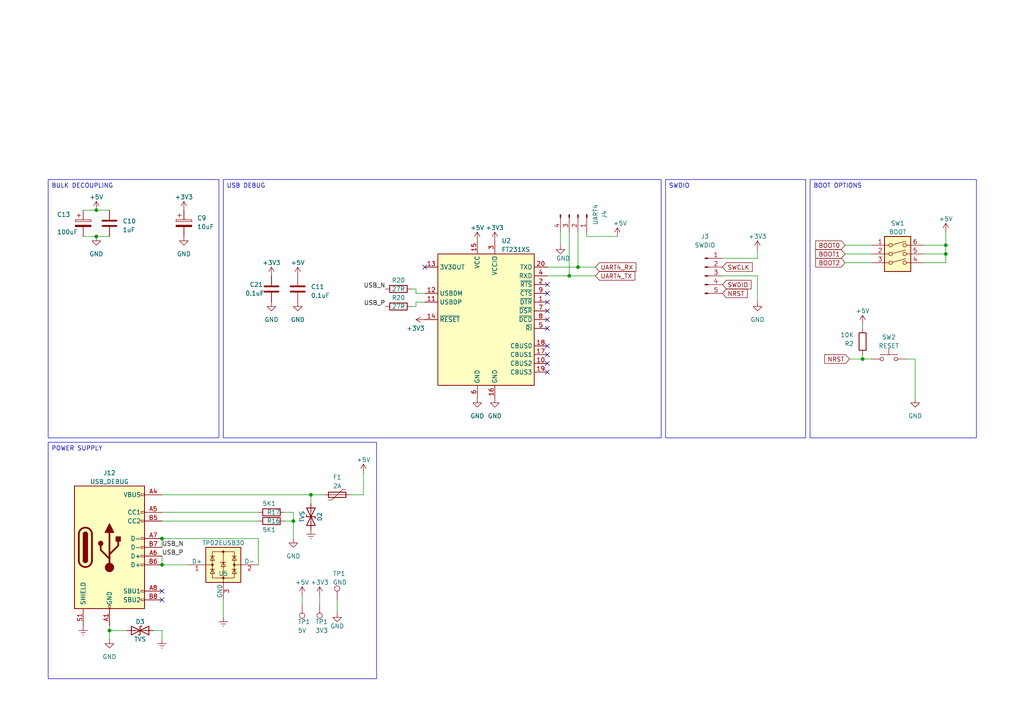
<source format=kicad_sch>
(kicad_sch (version 20230121) (generator eeschema)
  (paper "A4")
  (lib_symbols
    (symbol "Connector:Conn_01x04_Pin" (pin_names (offset 1.016) hide)
      (property "Reference" "J" (at 0 5.08 0))
      (property "Value" "Conn_01x04_Pin" (at 0 -7.62 0))
      (symbol "Conn_01x04_Pin_1_1"
        (polyline (pts (xy 1.27 -5.08) (xy 0.8636 -5.08)) (stroke (width 0.1524)))
        (polyline (pts (xy 1.27 -2.54) (xy 0.8636 -2.54)) (stroke (width 0.1524)))
        (polyline (pts (xy 1.27 0) (xy 0.8636 0)) (stroke (width 0.1524)))
        (polyline (pts (xy 1.27 2.54) (xy 0.8636 2.54)) (stroke (width 0.1524)))
        (rectangle (start 0.8636 -4.953) (end 0 -5.207) (stroke (width 0.1524)) (fill (type outline)))
        (rectangle (start 0.8636 -2.413) (end 0 -2.667) (stroke (width 0.1524)) (fill (type outline)))
        (rectangle (start 0.8636 0.127) (end 0 -0.127) (stroke (width 0.1524)) (fill (type outline)))
        (rectangle (start 0.8636 2.667) (end 0 2.413) (stroke (width 0.1524)) (fill (type outline)))
        (pin passive line (at 5.08 2.54 180) (length 3.81) (name "Pin_1") (number "1"))
        (pin passive line (at 5.08 0 180) (length 3.81) (name "Pin_2") (number "2"))
        (pin passive line (at 5.08 -2.54 180) (length 3.81) (name "Pin_3") (number "3"))
        (pin passive line (at 5.08 -5.08 180) (length 3.81) (name "Pin_4") (number "4"))
      )
    )
    (symbol "Connector:Conn_01x05_Pin" (pin_names (offset 1.016) hide)
      (property "Reference" "J" (at 0 7.62 0))
      (property "Value" "Conn_01x05_Pin" (at 0 -7.62 0))
      (symbol "Conn_01x05_Pin_1_1"
        (polyline (pts (xy 1.27 -5.08) (xy 0.8636 -5.08)) (stroke (width 0.1524)))
        (polyline (pts (xy 1.27 -2.54) (xy 0.8636 -2.54)) (stroke (width 0.1524)))
        (polyline (pts (xy 1.27 0) (xy 0.8636 0)) (stroke (width 0.1524)))
        (polyline (pts (xy 1.27 2.54) (xy 0.8636 2.54)) (stroke (width 0.1524)))
        (polyline (pts (xy 1.27 5.08) (xy 0.8636 5.08)) (stroke (width 0.1524)))
        (rectangle (start 0.8636 -4.953) (end 0 -5.207) (stroke (width 0.1524)) (fill (type outline)))
        (rectangle (start 0.8636 -2.413) (end 0 -2.667) (stroke (width 0.1524)) (fill (type outline)))
        (rectangle (start 0.8636 0.127) (end 0 -0.127) (stroke (width 0.1524)) (fill (type outline)))
        (rectangle (start 0.8636 2.667) (end 0 2.413) (stroke (width 0.1524)) (fill (type outline)))
        (rectangle (start 0.8636 5.207) (end 0 4.953) (stroke (width 0.1524)) (fill (type outline)))
        (pin passive line (at 5.08 5.08 180) (length 3.81) (name "Pin_1") (number "1"))
        (pin passive line (at 5.08 2.54 180) (length 3.81) (name "Pin_2") (number "2"))
        (pin passive line (at 5.08 0 180) (length 3.81) (name "Pin_3") (number "3"))
        (pin passive line (at 5.08 -2.54 180) (length 3.81) (name "Pin_4") (number "4"))
        (pin passive line (at 5.08 -5.08 180) (length 3.81) (name "Pin_5") (number "5"))
      )
    )
    (symbol "Connector:TestPoint" (pin_numbers hide) (pin_names (offset 0.762) hide)
      (property "Reference" "TP" (at 0 6.858 0))
      (property "Value" "TestPoint" (at 0 5.08 0))
      (symbol "TestPoint_0_1"
        (circle (center 0 3.302) (radius 0.762))
      )
      (symbol "TestPoint_1_1"
        (pin passive line (at 0 0 90) (length 2.54) (name "1") (number "1"))
      )
    )
    (symbol "Connector:USB_C_Receptacle_USB2.0" (pin_names (offset 1.016))
      (property "Reference" "J" (at -10.16 19.05 0))
      (property "Value" "USB_C_Receptacle_USB2.0" (at 19.05 19.05 0))
      (symbol "USB_C_Receptacle_USB2.0_0_0"
        (rectangle (start -0.254 -17.78) (end 0.254 -16.764))
        (rectangle (start 10.16 -14.986) (end 9.144 -15.494))
        (rectangle (start 10.16 -12.446) (end 9.144 -12.954))
        (rectangle (start 10.16 -4.826) (end 9.144 -5.334))
        (rectangle (start 10.16 -2.286) (end 9.144 -2.794))
        (rectangle (start 10.16 0.254) (end 9.144 -0.254))
        (rectangle (start 10.16 2.794) (end 9.144 2.286))
        (rectangle (start 10.16 7.874) (end 9.144 7.366))
        (rectangle (start 10.16 10.414) (end 9.144 9.906))
        (rectangle (start 10.16 15.494) (end 9.144 14.986))
      )
      (symbol "USB_C_Receptacle_USB2.0_0_1"
        (rectangle (start -10.16 17.78) (end 10.16 -17.78) (stroke (width 0.254)) (fill (type background)))
        (arc (start -8.89 -3.81) (mid -6.985 -5.7067) (end -5.08 -3.81) (stroke (width 0.508)))
        (arc (start -7.62 -3.81) (mid -6.985 -4.4423) (end -6.35 -3.81) (stroke (width 0.254)))
        (arc (start -7.62 -3.81) (mid -6.985 -4.4423) (end -6.35 -3.81) (stroke (width 0.254)) (fill (type outline)))
        (rectangle (start -7.62 -3.81) (end -6.35 3.81) (stroke (width 0.254)) (fill (type outline)))
        (arc (start -6.35 3.81) (mid -6.985 4.4423) (end -7.62 3.81) (stroke (width 0.254)))
        (arc (start -6.35 3.81) (mid -6.985 4.4423) (end -7.62 3.81) (stroke (width 0.254)) (fill (type outline)))
        (arc (start -5.08 3.81) (mid -6.985 5.7067) (end -8.89 3.81) (stroke (width 0.508)))
        (circle (center -2.54 1.143) (radius 0.635) (stroke (width 0.254)) (fill (type outline)))
        (circle (center 0 -5.842) (radius 1.27) (fill (type outline)))
        (polyline (pts (xy -8.89 -3.81) (xy -8.89 3.81)) (stroke (width 0.508)))
        (polyline (pts (xy -5.08 3.81) (xy -5.08 -3.81)) (stroke (width 0.508)))
        (polyline (pts (xy 0 -5.842) (xy 0 4.318)) (stroke (width 0.508)))
        (polyline (pts (xy 0 -3.302) (xy -2.54 -0.762) (xy -2.54 0.508)) (stroke (width 0.508)))
        (polyline (pts (xy 0 -2.032) (xy 2.54 0.508) (xy 2.54 1.778)) (stroke (width 0.508)))
        (polyline (pts (xy -1.27 4.318) (xy 0 6.858) (xy 1.27 4.318) (xy -1.27 4.318)) (stroke (width 0.254)) (fill (type outline)))
        (rectangle (start 1.905 1.778) (end 3.175 3.048) (stroke (width 0.254)) (fill (type outline)))
      )
      (symbol "USB_C_Receptacle_USB2.0_1_1"
        (pin passive line (at 0 -22.86 90) (length 5.08) (name "GND") (number "A1"))
        (pin passive line (at 0 -22.86 90) (length 5.08) hide (name "GND") (number "A12"))
        (pin passive line (at 15.24 15.24 180) (length 5.08) (name "VBUS") (number "A4"))
        (pin bidirectional line (at 15.24 10.16 180) (length 5.08) (name "CC1") (number "A5"))
        (pin bidirectional line (at 15.24 -2.54 180) (length 5.08) (name "D+") (number "A6"))
        (pin bidirectional line (at 15.24 2.54 180) (length 5.08) (name "D-") (number "A7"))
        (pin bidirectional line (at 15.24 -12.7 180) (length 5.08) (name "SBU1") (number "A8"))
        (pin passive line (at 15.24 15.24 180) (length 5.08) hide (name "VBUS") (number "A9"))
        (pin passive line (at 0 -22.86 90) (length 5.08) hide (name "GND") (number "B1"))
        (pin passive line (at 0 -22.86 90) (length 5.08) hide (name "GND") (number "B12"))
        (pin passive line (at 15.24 15.24 180) (length 5.08) hide (name "VBUS") (number "B4"))
        (pin bidirectional line (at 15.24 7.62 180) (length 5.08) (name "CC2") (number "B5"))
        (pin bidirectional line (at 15.24 -5.08 180) (length 5.08) (name "D+") (number "B6"))
        (pin bidirectional line (at 15.24 0 180) (length 5.08) (name "D-") (number "B7"))
        (pin bidirectional line (at 15.24 -15.24 180) (length 5.08) (name "SBU2") (number "B8"))
        (pin passive line (at 15.24 15.24 180) (length 5.08) hide (name "VBUS") (number "B9"))
        (pin passive line (at -7.62 -22.86 90) (length 5.08) (name "SHIELD") (number "S1"))
      )
    )
    (symbol "Device:C" (pin_numbers hide) (pin_names (offset 0.254))
      (property "Reference" "C" (at 0.635 2.54 0))
      (property "Value" "C" (at 0.635 -2.54 0))
      (symbol "C_0_1"
        (polyline (pts (xy -2.032 -0.762) (xy 2.032 -0.762)) (stroke (width 0.508)))
        (polyline (pts (xy -2.032 0.762) (xy 2.032 0.762)) (stroke (width 0.508)))
      )
      (symbol "C_1_1"
        (pin passive line (at 0 3.81 270) (length 2.794) (name "~") (number "1"))
        (pin passive line (at 0 -3.81 90) (length 2.794) (name "~") (number "2"))
      )
    )
    (symbol "Device:C_Polarized" (pin_numbers hide) (pin_names (offset 0.254))
      (property "Reference" "C" (at 0.635 2.54 0))
      (property "Value" "C_Polarized" (at 0.635 -2.54 0))
      (symbol "C_Polarized_0_1"
        (rectangle (start -2.286 0.508) (end 2.286 1.016))
        (polyline (pts (xy -1.778 2.286) (xy -0.762 2.286)))
        (polyline (pts (xy -1.27 2.794) (xy -1.27 1.778)))
        (rectangle (start 2.286 -0.508) (end -2.286 -1.016) (fill (type outline)))
      )
      (symbol "C_Polarized_1_1"
        (pin passive line (at 0 3.81 270) (length 2.794) (name "~") (number "1"))
        (pin passive line (at 0 -3.81 90) (length 2.794) (name "~") (number "2"))
      )
    )
    (symbol "Device:D_TVS" (pin_numbers hide) (pin_names (offset 1.016) hide)
      (property "Reference" "D" (at 0 2.54 0))
      (property "Value" "D_TVS" (at 0 -2.54 0))
      (symbol "D_TVS_0_1"
        (polyline (pts (xy 1.27 0) (xy -1.27 0)))
        (polyline (pts (xy 0.508 1.27) (xy 0 1.27) (xy 0 -1.27) (xy -0.508 -1.27)) (stroke (width 0.254)))
        (polyline (pts (xy -2.54 1.27) (xy -2.54 -1.27) (xy 2.54 1.27) (xy 2.54 -1.27) (xy -2.54 1.27)) (stroke (width 0.254)))
      )
      (symbol "D_TVS_1_1"
        (pin passive line (at -3.81 0 0) (length 2.54) (name "A1") (number "1"))
        (pin passive line (at 3.81 0 180) (length 2.54) (name "A2") (number "2"))
      )
    )
    (symbol "Device:Polyfuse" (pin_numbers hide) (pin_names (offset 0))
      (property "Reference" "F" (at -2.54 0 90))
      (property "Value" "Polyfuse" (at 2.54 0 90))
      (symbol "Polyfuse_0_1"
        (rectangle (start -0.762 2.54) (end 0.762 -2.54) (stroke (width 0.254)))
        (polyline (pts (xy 0 2.54) (xy 0 -2.54)))
        (polyline (pts (xy -1.524 2.54) (xy -1.524 1.524) (xy 1.524 -1.524) (xy 1.524 -2.54)))
      )
      (symbol "Polyfuse_1_1"
        (pin passive line (at 0 3.81 270) (length 1.27) (name "~") (number "1"))
        (pin passive line (at 0 -3.81 90) (length 1.27) (name "~") (number "2"))
      )
    )
    (symbol "Device:R" (pin_numbers hide) (pin_names (offset 0))
      (property "Reference" "R" (at 2.032 0 90))
      (property "Value" "R" (at 0 0 90))
      (symbol "R_0_1"
        (rectangle (start -1.016 -2.54) (end 1.016 2.54) (stroke (width 0.254)))
      )
      (symbol "R_1_1"
        (pin passive line (at 0 3.81 270) (length 1.27) (name "~") (number "1"))
        (pin passive line (at 0 -3.81 90) (length 1.27) (name "~") (number "2"))
      )
    )
    (symbol "Interface_USB:FT231XS"
      (property "Reference" "U" (at -13.97 20.32 0))
      (property "Value" "FT231XS" (at 7.62 20.32 0))
      (symbol "FT231XS_0_1"
        (rectangle (start -13.97 19.05) (end 13.97 -19.05) (stroke (width 0.254)) (fill (type background)))
      )
      (symbol "FT231XS_1_1"
        (pin output line (at 17.78 5.08 180) (length 3.81) (name "~{DTR}") (number "1"))
        (pin bidirectional line (at 17.78 -12.7 180) (length 3.81) (name "CBUS2") (number "10"))
        (pin bidirectional line (at -17.78 5.08 0) (length 3.81) (name "USBDP") (number "11"))
        (pin bidirectional line (at -17.78 7.62 0) (length 3.81) (name "USBDM") (number "12"))
        (pin power_out line (at -17.78 15.24 0) (length 3.81) (name "3V3OUT") (number "13"))
        (pin input line (at -17.78 0 0) (length 3.81) (name "~{RESET}") (number "14"))
        (pin power_in line (at -2.54 22.86 270) (length 3.81) (name "VCC") (number "15"))
        (pin power_in line (at 2.54 -22.86 90) (length 3.81) (name "GND") (number "16"))
        (pin bidirectional line (at 17.78 -10.16 180) (length 3.81) (name "CBUS1") (number "17"))
        (pin bidirectional line (at 17.78 -7.62 180) (length 3.81) (name "CBUS0") (number "18"))
        (pin bidirectional line (at 17.78 -15.24 180) (length 3.81) (name "CBUS3") (number "19"))
        (pin output line (at 17.78 10.16 180) (length 3.81) (name "~{RTS}") (number "2"))
        (pin output line (at 17.78 15.24 180) (length 3.81) (name "TXD") (number "20"))
        (pin power_in line (at 2.54 22.86 270) (length 3.81) (name "VCCIO") (number "3"))
        (pin input line (at 17.78 12.7 180) (length 3.81) (name "RXD") (number "4"))
        (pin input line (at 17.78 -2.54 180) (length 3.81) (name "~{RI}") (number "5"))
        (pin power_in line (at -2.54 -22.86 90) (length 3.81) (name "GND") (number "6"))
        (pin input line (at 17.78 2.54 180) (length 3.81) (name "~{DSR}") (number "7"))
        (pin input line (at 17.78 0 180) (length 3.81) (name "~{DCD}") (number "8"))
        (pin input line (at 17.78 7.62 180) (length 3.81) (name "~{CTS}") (number "9"))
      )
    )
    (symbol "Power_Protection:TPD2EUSB30" (pin_names (offset 0))
      (property "Reference" "U" (at 0 6.35 0))
      (property "Value" "TPD2EUSB30" (at 7.62 -7.62 0))
      (symbol "TPD2EUSB30_0_1"
        (rectangle (start -5.08 5.08) (end 5.08 -5.08) (stroke (width 0.254)) (fill (type background)))
        (circle (center -3.175 0) (radius 0.2794) (fill (type outline)))
        (rectangle (start -3.175 3.81) (end 3.175 -3.81))
        (circle (center 0 -3.81) (radius 0.2794) (fill (type outline)))
        (polyline (pts (xy -5.08 0) (xy -3.175 0)))
        (polyline (pts (xy -3.81 -1.27) (xy -2.54 -1.27)))
        (polyline (pts (xy -3.81 2.54) (xy -2.54 2.54)))
        (polyline (pts (xy 0 3.81) (xy 0 -5.08)))
        (polyline (pts (xy 2.54 -1.27) (xy 3.81 -1.27)))
        (polyline (pts (xy 2.54 2.54) (xy 3.81 2.54)))
        (polyline (pts (xy 5.08 0) (xy 3.175 0)))
        (polyline (pts (xy 0.762 0.762) (xy -0.762 0.762) (xy -0.762 0.508)))
        (polyline (pts (xy -2.54 -2.54) (xy -3.81 -2.54) (xy -3.175 -1.27) (xy -2.54 -2.54)))
        (polyline (pts (xy -2.54 1.27) (xy -3.81 1.27) (xy -3.175 2.54) (xy -2.54 1.27)))
        (polyline (pts (xy 0.635 -0.508) (xy -0.635 -0.508) (xy 0 0.762) (xy 0.635 -0.508)))
        (polyline (pts (xy 3.81 -2.54) (xy 2.54 -2.54) (xy 3.175 -1.27) (xy 3.81 -2.54)))
        (polyline (pts (xy 3.81 1.27) (xy 2.54 1.27) (xy 3.175 2.54) (xy 3.81 1.27)))
        (circle (center 0 3.81) (radius 0.2794) (fill (type outline)))
        (circle (center 3.175 0) (radius 0.2794) (fill (type outline)))
      )
      (symbol "TPD2EUSB30_1_1"
        (pin passive line (at -10.16 0 0) (length 5.08) (name "D+") (number "1"))
        (pin passive line (at 10.16 0 180) (length 5.08) (name "D-") (number "2"))
        (pin passive line (at 0 -10.16 90) (length 5.08) (name "GND") (number "3"))
      )
    )
    (symbol "Switch:SW_DIP_x03" (pin_names (offset 0) hide)
      (property "Reference" "SW" (at 0 8.89 0))
      (property "Value" "SW_DIP_x03" (at 0 -3.81 0))
      (symbol "SW_DIP_x03_0_0"
        (circle (center -2.032 0) (radius 0.508))
        (circle (center -2.032 2.54) (radius 0.508))
        (circle (center -2.032 5.08) (radius 0.508))
        (polyline (pts (xy -1.524 0.127) (xy 2.3622 1.1684)))
        (polyline (pts (xy -1.524 2.667) (xy 2.3622 3.7084)))
        (polyline (pts (xy -1.524 5.207) (xy 2.3622 6.2484)))
        (circle (center 2.032 0) (radius 0.508))
        (circle (center 2.032 2.54) (radius 0.508))
        (circle (center 2.032 5.08) (radius 0.508))
      )
      (symbol "SW_DIP_x03_0_1"
        (rectangle (start -3.81 7.62) (end 3.81 -2.54) (stroke (width 0.254)) (fill (type background)))
      )
      (symbol "SW_DIP_x03_1_1"
        (pin passive line (at -7.62 5.08 0) (length 5.08) (name "~") (number "1"))
        (pin passive line (at -7.62 2.54 0) (length 5.08) (name "~") (number "2"))
        (pin passive line (at -7.62 0 0) (length 5.08) (name "~") (number "3"))
        (pin passive line (at 7.62 0 180) (length 5.08) (name "~") (number "4"))
        (pin passive line (at 7.62 2.54 180) (length 5.08) (name "~") (number "5"))
        (pin passive line (at 7.62 5.08 180) (length 5.08) (name "~") (number "6"))
      )
    )
    (symbol "Switch:SW_Push" (pin_numbers hide) (pin_names (offset 1.016) hide)
      (property "Reference" "SW" (at 1.27 2.54 0))
      (property "Value" "SW_Push" (at 0 -1.524 0))
      (symbol "SW_Push_0_1"
        (circle (center -2.032 0) (radius 0.508))
        (polyline (pts (xy 0 1.27) (xy 0 3.048)))
        (polyline (pts (xy 2.54 1.27) (xy -2.54 1.27)))
        (circle (center 2.032 0) (radius 0.508))
        (pin passive line (at -5.08 0 0) (length 2.54) (name "1") (number "1"))
        (pin passive line (at 5.08 0 180) (length 2.54) (name "2") (number "2"))
      )
    )
    (symbol "power:+3V3" (power) (pin_names (offset 0))
      (property "Value" "+3V3" (at 0 3.556 0))
      (symbol "+3V3_0_1"
        (polyline (pts (xy -0.762 1.27) (xy 0 2.54)))
        (polyline (pts (xy 0 0) (xy 0 2.54)))
        (polyline (pts (xy 0 2.54) (xy 0.762 1.27)))
      )
      (symbol "+3V3_1_1"
        (pin power_in line (at 0 0 90) (length 0) hide (name "+3V3") (number "1"))
      )
    )
    (symbol "power:+5V" (power) (pin_names (offset 0))
      (property "Value" "+5V" (at 0 3.556 0))
      (symbol "+5V_0_1"
        (polyline (pts (xy -0.762 1.27) (xy 0 2.54)))
        (polyline (pts (xy 0 0) (xy 0 2.54)))
        (polyline (pts (xy 0 2.54) (xy 0.762 1.27)))
      )
      (symbol "+5V_1_1"
        (pin power_in line (at 0 0 90) (length 0) hide (name "+5V") (number "1"))
      )
    )
    (symbol "power:Earth" (power) (pin_names (offset 0))
      (symbol "Earth_0_1"
        (polyline (pts (xy -0.635 -1.905) (xy 0.635 -1.905)))
        (polyline (pts (xy -0.127 -2.54) (xy 0.127 -2.54)))
        (polyline (pts (xy 0 -1.27) (xy 0 0)))
        (polyline (pts (xy 1.27 -1.27) (xy -1.27 -1.27)))
      )
      (symbol "Earth_1_1"
        (pin power_in line (at 0 0 270) (length 0) hide (name "Earth") (number "1"))
      )
    )
    (symbol "power:GND" (power) (pin_names (offset 0))
      (property "Value" "GND" (at 0 -3.81 0))
      (symbol "GND_0_1"
        (polyline (pts (xy 0 0) (xy 0 -1.27) (xy 1.27 -1.27) (xy 0 -2.54) (xy -1.27 -1.27) (xy 0 -1.27)))
      )
      (symbol "GND_1_1"
        (pin power_in line (at 0 0 270) (length 0) hide (name "GND") (number "1"))
      )
    )
  )
  (junction (at 250.19 104.14))
  (junction (at 46.99 163.83))
  (junction (at 27.94 60.96))
  (junction (at 85.09 151.13))
  (junction (at 46.99 156.21))
  (junction (at 165.1 80.01))
  (junction (at 274.32 73.66))
  (junction (at 31.75 182.88))
  (junction (at 167.64 77.47))
  (junction (at 274.32 71.12))
  (junction (at 90.17 143.51))
  (junction (at 27.94 68.58))
  (no_connect (at 158.75 100.33))
  (no_connect (at 46.99 171.45))
  (no_connect (at 158.75 95.25))
  (no_connect (at 158.75 102.87))
  (no_connect (at 158.75 87.63))
  (no_connect (at 158.75 82.55))
  (no_connect (at 158.75 90.17))
  (no_connect (at 158.75 85.09))
  (no_connect (at 158.75 105.41))
  (no_connect (at 158.75 92.71))
  (no_connect (at 123.19 77.47))
  (no_connect (at 46.99 173.99))
  (no_connect (at 158.75 107.95))
  (wire (pts (xy 85.09 151.13) (xy 85.09 156.21)))
  (wire (pts (xy 46.99 163.83) (xy 54.61 163.83)))
  (wire (pts (xy 274.32 76.2) (xy 274.32 73.66)))
  (wire (pts (xy 82.55 151.13) (xy 85.09 151.13)))
  (wire (pts (xy 120.65 87.63) (xy 123.19 87.63)))
  (wire (pts (xy 245.11 71.12) (xy 252.73 71.12)))
  (wire (pts (xy 265.43 104.14) (xy 265.43 115.57)))
  (wire (pts (xy 74.93 156.21) (xy 74.93 163.83)))
  (wire (pts (xy 165.1 80.01) (xy 172.72 80.01)))
  (wire (pts (xy 267.97 71.12) (xy 274.32 71.12)))
  (wire (pts (xy 250.19 104.14) (xy 252.73 104.14)))
  (wire (pts (xy 167.64 67.31) (xy 167.64 77.47)))
  (wire (pts (xy 105.41 143.51) (xy 101.6 143.51)))
  (wire (pts (xy 31.75 182.88) (xy 31.75 181.61)))
  (wire (pts (xy 162.56 67.31) (xy 162.56 71.12)))
  (wire (pts (xy 31.75 182.88) (xy 36.83 182.88)))
  (wire (pts (xy 165.1 67.31) (xy 165.1 80.01)))
  (wire (pts (xy 274.32 71.12) (xy 274.32 67.31)))
  (wire (pts (xy 87.63 172.72) (xy 87.63 175.26)))
  (wire (pts (xy 120.65 85.09) (xy 123.19 85.09)))
  (wire (pts (xy 44.45 182.88) (xy 46.99 182.88)))
  (wire (pts (xy 170.18 68.58) (xy 170.18 67.31)))
  (wire (pts (xy 209.55 74.93) (xy 219.71 74.93)))
  (wire (pts (xy 46.99 182.88) (xy 46.99 185.42)))
  (wire (pts (xy 24.13 60.96) (xy 27.94 60.96)))
  (wire (pts (xy 245.11 76.2) (xy 252.73 76.2)))
  (wire (pts (xy 120.65 83.82) (xy 120.65 85.09)))
  (wire (pts (xy 267.97 73.66) (xy 274.32 73.66)))
  (wire (pts (xy 85.09 148.59) (xy 85.09 151.13)))
  (wire (pts (xy 27.94 68.58) (xy 31.75 68.58)))
  (wire (pts (xy 46.99 151.13) (xy 74.93 151.13)))
  (wire (pts (xy 46.99 148.59) (xy 74.93 148.59)))
  (wire (pts (xy 262.89 104.14) (xy 265.43 104.14)))
  (wire (pts (xy 119.38 83.82) (xy 120.65 83.82)))
  (wire (pts (xy 250.19 93.98) (xy 250.19 95.25)))
  (wire (pts (xy 24.13 68.58) (xy 27.94 68.58)))
  (wire (pts (xy 170.18 68.58) (xy 179.07 68.58)))
  (wire (pts (xy 90.17 143.51) (xy 90.17 146.05)))
  (wire (pts (xy 246.38 104.14) (xy 250.19 104.14)))
  (wire (pts (xy 46.99 156.21) (xy 46.99 158.75)))
  (wire (pts (xy 82.55 148.59) (xy 85.09 148.59)))
  (wire (pts (xy 92.71 172.72) (xy 92.71 175.26)))
  (wire (pts (xy 274.32 73.66) (xy 274.32 71.12)))
  (wire (pts (xy 46.99 156.21) (xy 74.93 156.21)))
  (wire (pts (xy 27.94 60.96) (xy 31.75 60.96)))
  (wire (pts (xy 158.75 80.01) (xy 165.1 80.01)))
  (wire (pts (xy 120.65 88.9) (xy 119.38 88.9)))
  (wire (pts (xy 250.19 102.87) (xy 250.19 104.14)))
  (wire (pts (xy 219.71 80.01) (xy 219.71 87.63)))
  (wire (pts (xy 267.97 76.2) (xy 274.32 76.2)))
  (wire (pts (xy 46.99 163.83) (xy 46.99 161.29)))
  (wire (pts (xy 209.55 80.01) (xy 219.71 80.01)))
  (wire (pts (xy 120.65 88.9) (xy 120.65 87.63)))
  (wire (pts (xy 93.98 143.51) (xy 90.17 143.51)))
  (wire (pts (xy 64.77 173.99) (xy 64.77 179.07)))
  (wire (pts (xy 97.79 173.99) (xy 97.79 177.8)))
  (wire (pts (xy 105.41 137.16) (xy 105.41 143.51)))
  (wire (pts (xy 90.17 143.51) (xy 46.99 143.51)))
  (wire (pts (xy 31.75 185.42) (xy 31.75 182.88)))
  (wire (pts (xy 167.64 77.47) (xy 172.72 77.47)))
  (wire (pts (xy 219.71 74.93) (xy 219.71 72.39)))
  (wire (pts (xy 158.75 77.47) (xy 167.64 77.47)))
  (wire (pts (xy 245.11 73.66) (xy 252.73 73.66)))
  (text_box "POWER SUPPLY" (at 13.97 128.27 0) (size 95.25 68.58) (effects (font (size 1.27 1.27)) (justify left top)))
  (text_box "BOOT OPTIONS" (at 234.95 52.07 0) (size 48.26 74.93) (effects (font (size 1.27 1.27)) (justify left top)))
  (text_box "USB DEBUG" (at 64.77 52.07 0) (size 127 74.93) (effects (font (size 1.27 1.27)) (justify left top)))
  (text_box "SWDIO" (at 193.04 52.07 0) (size 40.64 74.93) (effects (font (size 1.27 1.27)) (justify left top)))
  (text_box "BULK DECOUPLING" (at 13.97 52.07 0) (size 49.53 74.93) (effects (font (size 1.27 1.27)) (justify left top)))
  (label "USB_P" (at 111.76 88.9 180))
  (label "USB_P" (at 46.99 161.29 0))
  (label "USB_N" (at 111.76 83.82 180))
  (label "USB_N" (at 46.99 158.75 0))
  (global_label "SWCLK" (shape input) (at 209.55 77.47 0) (property "Intersheetrefs" "${INTERSHEET_REFS}" (effects hide)))
  (global_label "NRST" (shape input) (at 209.55 85.09 0) (property "Intersheetrefs" "${INTERSHEET_REFS}" (effects hide)))
  (global_label "BOOT1" (shape input) (at 245.11 73.66 180) (property "Intersheetrefs" "${INTERSHEET_REFS}" (effects hide)))
  (global_label "NRST" (shape input) (at 246.38 104.14 180) (property "Intersheetrefs" "${INTERSHEET_REFS}" (effects hide)))
  (global_label "BOOT2" (shape input) (at 245.11 76.2 180) (property "Intersheetrefs" "${INTERSHEET_REFS}" (effects hide)))
  (global_label "UART4_RX" (shape input) (at 172.72 77.47 0) (property "Intersheetrefs" "${INTERSHEET_REFS}" (effects hide)))
  (global_label "BOOT0" (shape input) (at 245.11 71.12 180) (property "Intersheetrefs" "${INTERSHEET_REFS}" (effects hide)))
  (global_label "SWDIO" (shape input) (at 209.55 82.55 0) (property "Intersheetrefs" "${INTERSHEET_REFS}" (effects hide)))
  (global_label "UART4_TX" (shape input) (at 172.72 80.01 0) (property "Intersheetrefs" "${INTERSHEET_REFS}" (effects hide)))
  (symbol (lib_id "power:+3V3") (at 92.71 172.72 0) (unit 1)
    (property "Reference" "#PWR0101" (effects hide))
    (property "Value" "+3V3" (at 92.71 168.91 0))
  )
  (symbol (lib_id "power:Earth") (at 90.17 153.67 0) (unit 1)
    (property "Reference" "#PWR0107" (effects hide))
    (property "Value" "Earth" (effects hide))
  )
  (symbol (lib_id "power:+5V") (at 274.32 67.31 0) (unit 1)
    (property "Reference" "#PWR068" (effects hide))
    (property "Value" "+5V" (at 274.32 63.5 0))
  )
  (symbol (lib_id "power:Earth") (at 46.99 185.42 0) (unit 1)
    (property "Reference" "#PWR0108" (effects hide))
    (property "Value" "Earth" (effects hide))
  )
  (symbol (lib_id "Device:C") (at 86.36 83.82 0) (unit 1)
    (property "Reference" "C11" (at 90.17 83.185 0) (effects (justify left)))
    (property "Value" "0.1uF" (at 90.17 85.725 0) (effects (justify left)))
    (property "Footprint" "Capacitor_SMD:C_0805_2012Metric" (effects hide))
  )
  (symbol (lib_id "Device:R") (at 250.19 99.06 180) (unit 1)
    (property "Reference" "R2" (at 247.65 99.695 0) (effects (justify left)))
    (property "Value" "10K" (at 247.65 97.155 0) (effects (justify left)))
    (property "Footprint" "Resistor_SMD:R_1206_3216Metric" (effects hide))
  )
  (symbol (lib_id "power:GND") (at 265.43 115.57 0) (unit 1)
    (property "Reference" "#PWR097" (effects hide))
    (property "Value" "GND" (at 265.43 120.65 0))
  )
  (symbol (lib_id "Device:C_Polarized") (at 53.34 64.77 0) (unit 1)
    (property "Reference" "C9" (at 57.15 63.246 0) (effects (justify left)))
    (property "Value" "10uF" (at 57.15 65.786 0) (effects (justify left)))
    (property "Footprint" "Capacitor_SMD:CP_Elec_5x5.3" (effects hide))
  )
  (symbol (lib_id "power:GND") (at 85.09 156.21 0) (unit 1)
    (property "Reference" "#PWR078" (effects hide))
    (property "Value" "GND" (at 85.09 161.29 0))
  )
  (symbol (lib_id "power:+3V3") (at 53.34 60.96 0) (unit 1)
    (property "Reference" "#PWR080" (effects hide))
    (property "Value" "+3V3" (at 53.34 57.15 0))
  )
  (symbol (lib_id "Device:R") (at 78.74 151.13 90) (unit 1)
    (property "Reference" "R16" (at 81.28 151.13 90) (effects (justify left)))
    (property "Value" "5K1" (at 80.01 153.67 90) (effects (justify left)))
    (property "Footprint" "Resistor_SMD:R_1206_3216Metric" (effects hide))
  )
  (symbol (lib_id "power:GND") (at 78.74 87.63 0) (unit 1)
    (property "Reference" "#PWR0104" (effects hide))
    (property "Value" "GND" (at 78.74 92.71 0))
  )
  (symbol (lib_id "Device:C") (at 31.75 64.77 0) (unit 1)
    (property "Reference" "C10" (at 35.56 64.135 0) (effects (justify left)))
    (property "Value" "1uF" (at 35.56 66.675 0) (effects (justify left)))
    (property "Footprint" "Capacitor_SMD:C_0805_2012Metric" (effects hide))
  )
  (symbol (lib_id "power:+5V") (at 138.43 69.85 0) (unit 1)
    (property "Reference" "#PWR054" (effects hide))
    (property "Value" "+5V" (at 138.43 66.04 0))
  )
  (symbol (lib_id "power:+5V") (at 86.36 80.01 0) (unit 1)
    (property "Reference" "#PWR043" (effects hide))
    (property "Value" "+5V" (at 86.36 76.2 0))
  )
  (symbol (lib_id "Connector:Conn_01x05_Pin") (at 204.47 80.01 0) (unit 1)
    (property "Reference" "J3" (at 204.47 68.58 0))
    (property "Value" "SWDIO" (at 204.47 71.12 0))
    (property "Footprint" "Connector_PinHeader_2.54mm:PinHeader_1x05_P2.54mm_Vertical" (effects hide))
  )
  (symbol (lib_id "power:+5V") (at 105.41 137.16 0) (unit 1)
    (property "Reference" "#PWR057" (effects hide))
    (property "Value" "+5V" (at 105.41 133.35 0))
  )
  (symbol (lib_id "power:GND") (at 86.36 87.63 0) (unit 1)
    (property "Reference" "#PWR044" (effects hide))
    (property "Value" "GND" (at 86.36 92.71 0))
  )
  (symbol (lib_id "power:GND") (at 53.34 68.58 0) (unit 1)
    (property "Reference" "#PWR079" (effects hide))
    (property "Value" "GND" (at 53.34 73.66 0))
  )
  (symbol (lib_id "power:GND") (at 162.56 71.12 0) (unit 1)
    (property "Reference" "#PWR029" (effects hide))
    (property "Value" "GND" (at 161.29 74.93 0) (effects (justify left)))
  )
  (symbol (lib_id "Device:R") (at 78.74 148.59 90) (unit 1)
    (property "Reference" "R17" (at 81.28 148.59 90) (effects (justify left)))
    (property "Value" "5K1" (at 80.01 146.05 90) (effects (justify left)))
    (property "Footprint" "Resistor_SMD:R_1206_3216Metric" (effects hide))
  )
  (symbol (lib_id "Device:Polyfuse") (at 97.79 143.51 90) (unit 1)
    (property "Reference" "F1" (at 99.06 138.43 90) (effects (justify left)))
    (property "Value" "2A" (at 99.06 140.97 90) (effects (justify left)))
    (property "Footprint" "Fuse:Fuse_1206_3216Metric" (effects hide))
  )
  (symbol (lib_id "power:Earth") (at 64.77 179.07 0) (unit 1)
    (property "Reference" "#PWR0106" (effects hide))
    (property "Value" "Earth" (effects hide))
  )
  (symbol (lib_id "Switch:SW_DIP_x03") (at 260.35 76.2 0) (unit 1)
    (property "Reference" "SW1" (at 260.35 64.77 0))
    (property "Value" "BOOT" (at 260.35 67.31 0))
    (property "Footprint" "Button_Switch_SMD:SW_DIP_SPSTx03_Slide_6.7x9.18mm_W8.61mm_P2.54mm_LowProfile" (effects hide))
  )
  (symbol (lib_id "power:+3V3") (at 143.51 69.85 0) (unit 1)
    (property "Reference" "#PWR055" (effects hide))
    (property "Value" "+3V3" (at 143.51 66.04 0))
  )
  (symbol (lib_id "Connector:TestPoint") (at 97.79 173.99 0) (unit 1)
    (property "Reference" "TP1" (at 96.52 166.37 0) (effects (justify left)))
    (property "Value" "GND" (at 96.52 168.91 0) (effects (justify left)))
    (property "Footprint" "TestPoint:TestPoint_Pad_D1.0mm" (effects hide))
    (instances (project "STM32MP151_Dev_Board" (path "" (reference "TP1") (unit 1)) (path "" (reference "TP7") (unit 1))))
  )
  (symbol (lib_id "Device:D_TVS") (at 90.17 149.86 270) (unit 1)
    (property "Reference" "D2" (at 92.71 149.86 0))
    (property "Value" "TVS" (at 87.63 149.86 0))
    (property "Footprint" "Diode_SMD:D_1206_3216Metric" (effects hide))
  )
  (symbol (lib_id "power:GND") (at 27.94 68.58 0) (unit 1)
    (property "Reference" "#PWR090" (effects hide))
    (property "Value" "GND" (at 27.94 73.66 0))
  )
  (symbol (lib_id "Switch:SW_Push") (at 257.81 104.14 0) (unit 1)
    (property "Reference" "SW2" (at 257.81 97.79 0))
    (property "Value" "RESET" (at 257.81 100.33 0))
    (property "Footprint" "Button_Switch_SMD:SW_Push_1P1T_NO_6x6mm_H9.5mm" (effects hide))
  )
  (symbol (lib_id "power:GND") (at 143.51 115.57 0) (unit 1)
    (property "Reference" "#PWR058" (effects hide))
    (property "Value" "GND" (at 143.51 120.65 0))
  )
  (symbol (lib_id "power:GND") (at 97.79 177.8 0) (unit 1)
    (property "Reference" "#PWR0102" (effects hide))
    (property "Value" "GND" (at 97.79 181.61 0))
  )
  (symbol (lib_id "Interface_USB:FT231XS") (at 140.97 92.71 0) (unit 1)
    (property "Reference" "U2" (at 145.4659 69.85 0) (effects (justify left)))
    (property "Value" "FT231XS" (at 145.4659 72.39 0) (effects (justify left)))
    (property "Footprint" "Package_SO:SSOP-20_3.9x8.7mm_P0.635mm" (effects hide))
    (property "Datasheet" "https://www.ftdichip.com/Support/Documents/DataSheets/ICs/DS_FT231X.pdf" (effects hide))
  )
  (symbol (lib_id "Device:R") (at 115.57 88.9 90) (unit 1)
    (property "Reference" "R20" (at 115.57 86.36 90))
    (property "Value" "27R" (at 115.57 88.9 90))
    (property "Footprint" "Resistor_SMD:R_1206_3216Metric" (effects hide))
    (instances (project "STM32MP151_Dev_Board" (path "" (reference "R20") (unit 1)) (path "" (reference "R28") (unit 1))))
  )
  (symbol (lib_id "power:+5V") (at 87.63 172.72 0) (unit 1)
    (property "Reference" "#PWR0100" (effects hide))
    (property "Value" "+5V" (at 87.63 168.91 0))
  )
  (symbol (lib_id "power:+3V3") (at 123.19 92.71 90) (unit 1)
    (property "Reference" "#PWR059" (effects hide))
    (property "Value" "+3V3" (at 123.19 95.25 90) (effects (justify left)))
  )
  (symbol (lib_id "power:+5V") (at 179.07 68.58 0) (unit 1)
    (property "Reference" "#PWR030" (effects hide))
    (property "Value" "+5V" (at 177.8 64.77 0) (effects (justify left)))
  )
  (symbol (lib_id "Device:R") (at 115.57 83.82 90) (unit 1)
    (property "Reference" "R20" (at 115.57 81.28 90))
    (property "Value" "27R" (at 115.57 83.82 90))
    (property "Footprint" "Resistor_SMD:R_1206_3216Metric" (effects hide))
    (instances (project "STM32MP151_Dev_Board" (path "" (reference "R20") (unit 1)) (path "" (reference "R27") (unit 1))))
  )
  (symbol (lib_id "power:GND") (at 138.43 115.57 0) (unit 1)
    (property "Reference" "#PWR056" (effects hide))
    (property "Value" "GND" (at 138.43 120.65 0))
  )
  (symbol (lib_id "power:+5V") (at 250.19 93.98 0) (unit 1)
    (property "Reference" "#PWR096" (effects hide))
    (property "Value" "+5V" (at 250.19 90.17 0))
  )
  (symbol (lib_id "Power_Protection:TPD2EUSB30") (at 64.77 163.83 0) (unit 1)
    (property "Reference" "U5" (at 64.77 166.37 0))
    (property "Value" "TPD2EUSB30" (at 64.77 157.48 0))
    (property "Footprint" "Package_TO_SOT_SMD:Texas_DRT-3" (effects hide))
    (property "Datasheet" "http://www.ti.com/lit/ds/symlink/tpd2eusb30a.pdf" (effects hide))
  )
  (symbol (lib_id "power:GND") (at 31.75 185.42 0) (unit 1)
    (property "Reference" "#PWR077" (effects hide))
    (property "Value" "GND" (at 31.75 190.5 0))
  )
  (symbol (lib_id "power:+3V3") (at 219.71 72.39 0) (unit 1)
    (property "Reference" "#PWR028" (effects hide))
    (property "Value" "+3V3" (at 219.71 68.58 0))
  )
  (symbol (lib_id "Device:C_Polarized") (at 24.13 64.77 0) (unit 1)
    (property "Reference" "C13" (at 16.51 62.23 0) (effects (justify left)))
    (property "Value" "100uF" (at 16.51 67.31 0) (effects (justify left)))
    (property "Footprint" "Capacitor_SMD:CP_Elec_5x5.3" (effects hide))
  )
  (symbol (lib_id "Device:D_TVS") (at 40.64 182.88 180) (unit 1)
    (property "Reference" "D3" (at 40.64 180.34 0))
    (property "Value" "TVS" (at 40.64 185.42 0))
    (property "Footprint" "Diode_SMD:D_1206_3216Metric" (effects hide))
  )
  (symbol (lib_id "Connector:TestPoint") (at 92.71 175.26 180) (unit 1)
    (property "Reference" "TP1" (at 91.44 180.34 0) (effects (justify right)))
    (property "Value" "3V3" (at 91.44 182.88 0) (effects (justify right)))
    (property "Footprint" "TestPoint:TestPoint_Pad_D1.0mm" (effects hide))
    (instances (project "STM32MP151_Dev_Board" (path "" (reference "TP1") (unit 1)) (path "" (reference "TP6") (unit 1))))
  )
  (symbol (lib_id "power:+3V3") (at 78.74 80.01 0) (unit 1)
    (property "Reference" "#PWR092" (effects hide))
    (property "Value" "+3V3" (at 78.74 76.2 0))
  )
  (symbol (lib_id "Connector:Conn_01x04_Pin") (at 167.64 62.23 270) (unit 1)
    (property "Reference" "J4" (at 175.26 62.23 0))
    (property "Value" "UART4" (at 172.72 62.23 0))
    (property "Footprint" "Connector_PinHeader_2.54mm:PinHeader_1x04_P2.54mm_Vertical" (effects hide))
  )
  (symbol (lib_id "power:+5V") (at 27.94 60.96 0) (unit 1)
    (property "Reference" "#PWR089" (effects hide))
    (property "Value" "+5V" (at 27.94 57.15 0))
  )
  (symbol (lib_id "Connector:TestPoint") (at 87.63 175.26 180) (unit 1)
    (property "Reference" "TP1" (at 86.36 180.34 0) (effects (justify right)))
    (property "Value" "5V" (at 86.36 182.88 0) (effects (justify right)))
    (property "Footprint" "TestPoint:TestPoint_Pad_D1.0mm" (effects hide))
    (instances (project "STM32MP151_Dev_Board" (path "" (reference "TP1") (unit 1)) (path "" (reference "TP5") (unit 1))))
  )
  (symbol (lib_id "Connector:USB_C_Receptacle_USB2.0") (at 31.75 158.75 0) (unit 1)
    (property "Reference" "J12" (at 31.75 137.16 0))
    (property "Value" "USB_DEBUG" (at 31.75 139.7 0))
    (property "Footprint" "Connector_USB:USB_C_Receptacle_G-Switch_GT-USB-7010ASV" (effects hide))
    (property "Datasheet" "https://www.usb.org/sites/default/files/documents/usb_type-c.zip" (effects hide))
  )
  (symbol (lib_id "power:Earth") (at 24.13 181.61 0) (unit 1)
    (property "Reference" "#PWR0105" (effects hide))
    (property "Value" "Earth" (effects hide))
  )
  (symbol (lib_id "Device:C") (at 78.74 83.82 0) (unit 1)
    (property "Reference" "C21" (at 72.39 82.55 0) (effects (justify left)))
    (property "Value" "0.1uF" (at 71.12 85.09 0) (effects (justify left)))
    (property "Footprint" "Capacitor_SMD:C_0805_2012Metric" (effects hide))
  )
  (symbol (lib_id "power:GND") (at 219.71 87.63 0) (unit 1)
    (property "Reference" "#PWR027" (effects hide))
    (property "Value" "GND" (at 219.71 92.71 0))
  )
)
</source>
